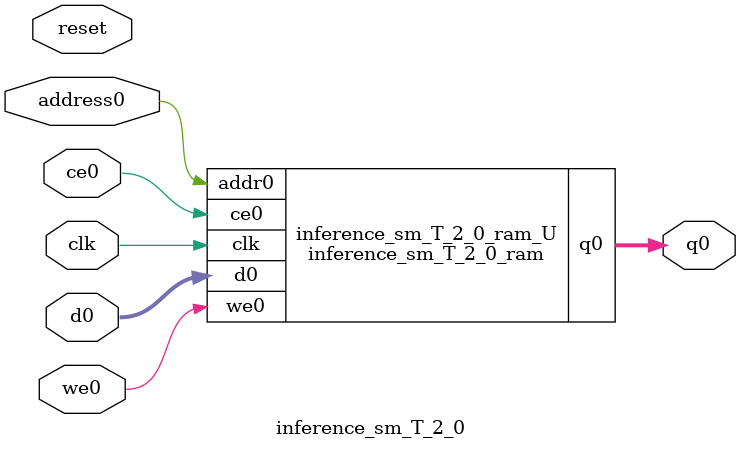
<source format=v>

`timescale 1 ns / 1 ps
module inference_sm_T_2_0_ram (addr0, ce0, d0, we0, q0,  clk);

parameter DWIDTH = 32;
parameter AWIDTH = 1;
parameter MEM_SIZE = 2;

input[AWIDTH-1:0] addr0;
input ce0;
input[DWIDTH-1:0] d0;
input we0;
output reg[DWIDTH-1:0] q0;
input clk;

(* ram_style = "distributed" *)reg [DWIDTH-1:0] ram[MEM_SIZE-1:0];




always @(posedge clk)  
begin 
    if (ce0) 
    begin
        if (we0) 
        begin 
            ram[addr0] <= d0; 
            q0 <= d0;
        end 
        else 
            q0 <= ram[addr0];
    end
end


endmodule


`timescale 1 ns / 1 ps
module inference_sm_T_2_0(
    reset,
    clk,
    address0,
    ce0,
    we0,
    d0,
    q0);

parameter DataWidth = 32'd32;
parameter AddressRange = 32'd2;
parameter AddressWidth = 32'd1;
input reset;
input clk;
input[AddressWidth - 1:0] address0;
input ce0;
input we0;
input[DataWidth - 1:0] d0;
output[DataWidth - 1:0] q0;



inference_sm_T_2_0_ram inference_sm_T_2_0_ram_U(
    .clk( clk ),
    .addr0( address0 ),
    .ce0( ce0 ),
    .d0( d0 ),
    .we0( we0 ),
    .q0( q0 ));

endmodule


</source>
